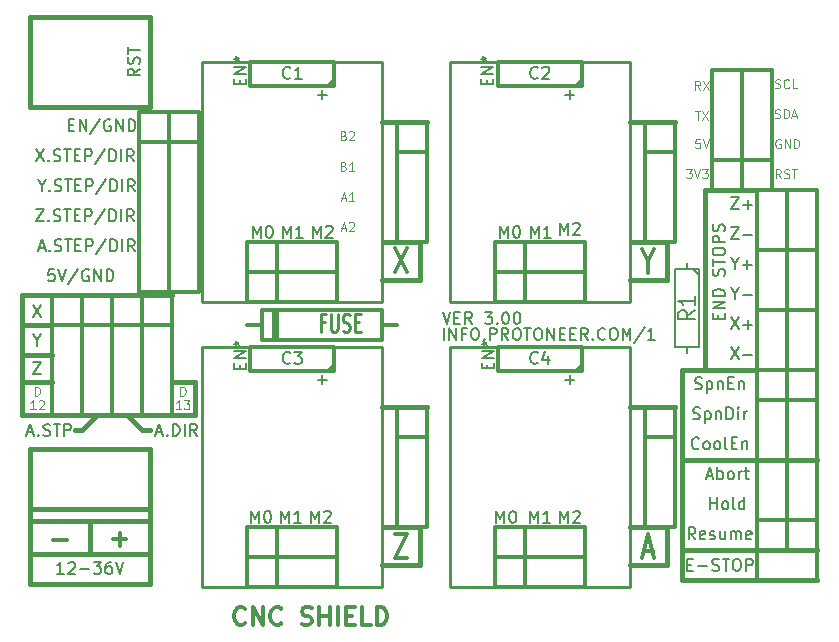
<source format=gto>
G04 (created by PCBNEW-RS274X (2012-01-19 BZR 3256)-stable) date 1/09/2013 9:30:06 p.m.*
G01*
G70*
G90*
%MOIN*%
G04 Gerber Fmt 3.4, Leading zero omitted, Abs format*
%FSLAX34Y34*%
G04 APERTURE LIST*
%ADD10C,0.006000*%
%ADD11C,0.007900*%
%ADD12C,0.015000*%
%ADD13C,0.003900*%
%ADD14C,0.012000*%
%ADD15C,0.011800*%
%ADD16C,0.008000*%
%ADD17C,0.010000*%
G04 APERTURE END LIST*
G54D10*
G54D11*
X20318Y-22165D02*
X20131Y-22165D01*
X20112Y-22353D01*
X20131Y-22334D01*
X20168Y-22316D01*
X20262Y-22316D01*
X20300Y-22334D01*
X20318Y-22353D01*
X20337Y-22391D01*
X20337Y-22484D01*
X20318Y-22522D01*
X20300Y-22541D01*
X20262Y-22559D01*
X20168Y-22559D01*
X20131Y-22541D01*
X20112Y-22522D01*
X20450Y-22165D02*
X20581Y-22559D01*
X20712Y-22165D01*
X21125Y-22147D02*
X20788Y-22653D01*
X21463Y-22184D02*
X21426Y-22165D01*
X21369Y-22165D01*
X21313Y-22184D01*
X21276Y-22222D01*
X21257Y-22259D01*
X21238Y-22334D01*
X21238Y-22391D01*
X21257Y-22466D01*
X21276Y-22503D01*
X21313Y-22541D01*
X21369Y-22559D01*
X21407Y-22559D01*
X21463Y-22541D01*
X21482Y-22522D01*
X21482Y-22391D01*
X21407Y-22391D01*
X21651Y-22559D02*
X21651Y-22165D01*
X21876Y-22559D01*
X21876Y-22165D01*
X22064Y-22559D02*
X22064Y-22165D01*
X22158Y-22165D01*
X22214Y-22184D01*
X22251Y-22222D01*
X22270Y-22259D01*
X22289Y-22334D01*
X22289Y-22391D01*
X22270Y-22466D01*
X22251Y-22503D01*
X22214Y-22541D01*
X22158Y-22559D01*
X22064Y-22559D01*
X19805Y-21447D02*
X19993Y-21447D01*
X19768Y-21559D02*
X19899Y-21165D01*
X20030Y-21559D01*
X20162Y-21522D02*
X20181Y-21541D01*
X20162Y-21559D01*
X20143Y-21541D01*
X20162Y-21522D01*
X20162Y-21559D01*
X20331Y-21541D02*
X20387Y-21559D01*
X20481Y-21559D01*
X20519Y-21541D01*
X20537Y-21522D01*
X20556Y-21484D01*
X20556Y-21447D01*
X20537Y-21409D01*
X20519Y-21391D01*
X20481Y-21372D01*
X20406Y-21353D01*
X20369Y-21334D01*
X20350Y-21316D01*
X20331Y-21278D01*
X20331Y-21241D01*
X20350Y-21203D01*
X20369Y-21184D01*
X20406Y-21165D01*
X20500Y-21165D01*
X20556Y-21184D01*
X20669Y-21165D02*
X20894Y-21165D01*
X20781Y-21559D02*
X20781Y-21165D01*
X21025Y-21353D02*
X21156Y-21353D01*
X21212Y-21559D02*
X21025Y-21559D01*
X21025Y-21165D01*
X21212Y-21165D01*
X21381Y-21559D02*
X21381Y-21165D01*
X21531Y-21165D01*
X21568Y-21184D01*
X21587Y-21203D01*
X21606Y-21241D01*
X21606Y-21297D01*
X21587Y-21334D01*
X21568Y-21353D01*
X21531Y-21372D01*
X21381Y-21372D01*
X22056Y-21147D02*
X21719Y-21653D01*
X22188Y-21559D02*
X22188Y-21165D01*
X22282Y-21165D01*
X22338Y-21184D01*
X22375Y-21222D01*
X22394Y-21259D01*
X22413Y-21334D01*
X22413Y-21391D01*
X22394Y-21466D01*
X22375Y-21503D01*
X22338Y-21541D01*
X22282Y-21559D01*
X22188Y-21559D01*
X22582Y-21559D02*
X22582Y-21165D01*
X22995Y-21559D02*
X22864Y-21372D01*
X22770Y-21559D02*
X22770Y-21165D01*
X22920Y-21165D01*
X22957Y-21184D01*
X22976Y-21203D01*
X22995Y-21241D01*
X22995Y-21297D01*
X22976Y-21334D01*
X22957Y-21353D01*
X22920Y-21372D01*
X22770Y-21372D01*
X19718Y-20165D02*
X19981Y-20165D01*
X19718Y-20559D01*
X19981Y-20559D01*
X20131Y-20522D02*
X20150Y-20541D01*
X20131Y-20559D01*
X20112Y-20541D01*
X20131Y-20522D01*
X20131Y-20559D01*
X20300Y-20541D02*
X20356Y-20559D01*
X20450Y-20559D01*
X20488Y-20541D01*
X20506Y-20522D01*
X20525Y-20484D01*
X20525Y-20447D01*
X20506Y-20409D01*
X20488Y-20391D01*
X20450Y-20372D01*
X20375Y-20353D01*
X20338Y-20334D01*
X20319Y-20316D01*
X20300Y-20278D01*
X20300Y-20241D01*
X20319Y-20203D01*
X20338Y-20184D01*
X20375Y-20165D01*
X20469Y-20165D01*
X20525Y-20184D01*
X20638Y-20165D02*
X20863Y-20165D01*
X20750Y-20559D02*
X20750Y-20165D01*
X20994Y-20353D02*
X21125Y-20353D01*
X21181Y-20559D02*
X20994Y-20559D01*
X20994Y-20165D01*
X21181Y-20165D01*
X21350Y-20559D02*
X21350Y-20165D01*
X21500Y-20165D01*
X21537Y-20184D01*
X21556Y-20203D01*
X21575Y-20241D01*
X21575Y-20297D01*
X21556Y-20334D01*
X21537Y-20353D01*
X21500Y-20372D01*
X21350Y-20372D01*
X22025Y-20147D02*
X21688Y-20653D01*
X22157Y-20559D02*
X22157Y-20165D01*
X22251Y-20165D01*
X22307Y-20184D01*
X22344Y-20222D01*
X22363Y-20259D01*
X22382Y-20334D01*
X22382Y-20391D01*
X22363Y-20466D01*
X22344Y-20503D01*
X22307Y-20541D01*
X22251Y-20559D01*
X22157Y-20559D01*
X22551Y-20559D02*
X22551Y-20165D01*
X22964Y-20559D02*
X22833Y-20372D01*
X22739Y-20559D02*
X22739Y-20165D01*
X22889Y-20165D01*
X22926Y-20184D01*
X22945Y-20203D01*
X22964Y-20241D01*
X22964Y-20297D01*
X22945Y-20334D01*
X22926Y-20353D01*
X22889Y-20372D01*
X22739Y-20372D01*
X19899Y-19372D02*
X19899Y-19559D01*
X19768Y-19165D02*
X19899Y-19372D01*
X20030Y-19165D01*
X20162Y-19522D02*
X20181Y-19541D01*
X20162Y-19559D01*
X20143Y-19541D01*
X20162Y-19522D01*
X20162Y-19559D01*
X20331Y-19541D02*
X20387Y-19559D01*
X20481Y-19559D01*
X20519Y-19541D01*
X20537Y-19522D01*
X20556Y-19484D01*
X20556Y-19447D01*
X20537Y-19409D01*
X20519Y-19391D01*
X20481Y-19372D01*
X20406Y-19353D01*
X20369Y-19334D01*
X20350Y-19316D01*
X20331Y-19278D01*
X20331Y-19241D01*
X20350Y-19203D01*
X20369Y-19184D01*
X20406Y-19165D01*
X20500Y-19165D01*
X20556Y-19184D01*
X20669Y-19165D02*
X20894Y-19165D01*
X20781Y-19559D02*
X20781Y-19165D01*
X21025Y-19353D02*
X21156Y-19353D01*
X21212Y-19559D02*
X21025Y-19559D01*
X21025Y-19165D01*
X21212Y-19165D01*
X21381Y-19559D02*
X21381Y-19165D01*
X21531Y-19165D01*
X21568Y-19184D01*
X21587Y-19203D01*
X21606Y-19241D01*
X21606Y-19297D01*
X21587Y-19334D01*
X21568Y-19353D01*
X21531Y-19372D01*
X21381Y-19372D01*
X22056Y-19147D02*
X21719Y-19653D01*
X22188Y-19559D02*
X22188Y-19165D01*
X22282Y-19165D01*
X22338Y-19184D01*
X22375Y-19222D01*
X22394Y-19259D01*
X22413Y-19334D01*
X22413Y-19391D01*
X22394Y-19466D01*
X22375Y-19503D01*
X22338Y-19541D01*
X22282Y-19559D01*
X22188Y-19559D01*
X22582Y-19559D02*
X22582Y-19165D01*
X22995Y-19559D02*
X22864Y-19372D01*
X22770Y-19559D02*
X22770Y-19165D01*
X22920Y-19165D01*
X22957Y-19184D01*
X22976Y-19203D01*
X22995Y-19241D01*
X22995Y-19297D01*
X22976Y-19334D01*
X22957Y-19353D01*
X22920Y-19372D01*
X22770Y-19372D01*
X19718Y-18165D02*
X19981Y-18559D01*
X19981Y-18165D02*
X19718Y-18559D01*
X20131Y-18522D02*
X20150Y-18541D01*
X20131Y-18559D01*
X20112Y-18541D01*
X20131Y-18522D01*
X20131Y-18559D01*
X20300Y-18541D02*
X20356Y-18559D01*
X20450Y-18559D01*
X20488Y-18541D01*
X20506Y-18522D01*
X20525Y-18484D01*
X20525Y-18447D01*
X20506Y-18409D01*
X20488Y-18391D01*
X20450Y-18372D01*
X20375Y-18353D01*
X20338Y-18334D01*
X20319Y-18316D01*
X20300Y-18278D01*
X20300Y-18241D01*
X20319Y-18203D01*
X20338Y-18184D01*
X20375Y-18165D01*
X20469Y-18165D01*
X20525Y-18184D01*
X20638Y-18165D02*
X20863Y-18165D01*
X20750Y-18559D02*
X20750Y-18165D01*
X20994Y-18353D02*
X21125Y-18353D01*
X21181Y-18559D02*
X20994Y-18559D01*
X20994Y-18165D01*
X21181Y-18165D01*
X21350Y-18559D02*
X21350Y-18165D01*
X21500Y-18165D01*
X21537Y-18184D01*
X21556Y-18203D01*
X21575Y-18241D01*
X21575Y-18297D01*
X21556Y-18334D01*
X21537Y-18353D01*
X21500Y-18372D01*
X21350Y-18372D01*
X22025Y-18147D02*
X21688Y-18653D01*
X22157Y-18559D02*
X22157Y-18165D01*
X22251Y-18165D01*
X22307Y-18184D01*
X22344Y-18222D01*
X22363Y-18259D01*
X22382Y-18334D01*
X22382Y-18391D01*
X22363Y-18466D01*
X22344Y-18503D01*
X22307Y-18541D01*
X22251Y-18559D01*
X22157Y-18559D01*
X22551Y-18559D02*
X22551Y-18165D01*
X22964Y-18559D02*
X22833Y-18372D01*
X22739Y-18559D02*
X22739Y-18165D01*
X22889Y-18165D01*
X22926Y-18184D01*
X22945Y-18203D01*
X22964Y-18241D01*
X22964Y-18297D01*
X22945Y-18334D01*
X22926Y-18353D01*
X22889Y-18372D01*
X22739Y-18372D01*
X20803Y-17353D02*
X20934Y-17353D01*
X20990Y-17559D02*
X20803Y-17559D01*
X20803Y-17165D01*
X20990Y-17165D01*
X21159Y-17559D02*
X21159Y-17165D01*
X21384Y-17559D01*
X21384Y-17165D01*
X21853Y-17147D02*
X21516Y-17653D01*
X22191Y-17184D02*
X22154Y-17165D01*
X22097Y-17165D01*
X22041Y-17184D01*
X22004Y-17222D01*
X21985Y-17259D01*
X21966Y-17334D01*
X21966Y-17391D01*
X21985Y-17466D01*
X22004Y-17503D01*
X22041Y-17541D01*
X22097Y-17559D01*
X22135Y-17559D01*
X22191Y-17541D01*
X22210Y-17522D01*
X22210Y-17391D01*
X22135Y-17391D01*
X22379Y-17559D02*
X22379Y-17165D01*
X22604Y-17559D01*
X22604Y-17165D01*
X22792Y-17559D02*
X22792Y-17165D01*
X22886Y-17165D01*
X22942Y-17184D01*
X22979Y-17222D01*
X22998Y-17259D01*
X23017Y-17334D01*
X23017Y-17391D01*
X22998Y-17466D01*
X22979Y-17503D01*
X22942Y-17541D01*
X22886Y-17559D01*
X22792Y-17559D01*
G54D12*
X19250Y-23000D02*
X24250Y-23000D01*
G54D13*
X41385Y-18824D02*
X41568Y-18824D01*
X41469Y-18936D01*
X41512Y-18936D01*
X41540Y-18950D01*
X41554Y-18964D01*
X41568Y-18992D01*
X41568Y-19063D01*
X41554Y-19091D01*
X41540Y-19105D01*
X41512Y-19119D01*
X41427Y-19119D01*
X41399Y-19105D01*
X41385Y-19091D01*
X41652Y-18824D02*
X41750Y-19119D01*
X41849Y-18824D01*
X41919Y-18824D02*
X42102Y-18824D01*
X42003Y-18936D01*
X42046Y-18936D01*
X42074Y-18950D01*
X42088Y-18964D01*
X42102Y-18992D01*
X42102Y-19063D01*
X42088Y-19091D01*
X42074Y-19105D01*
X42046Y-19119D01*
X41961Y-19119D01*
X41933Y-19105D01*
X41919Y-19091D01*
X41844Y-17824D02*
X41703Y-17824D01*
X41689Y-17964D01*
X41703Y-17950D01*
X41731Y-17936D01*
X41802Y-17936D01*
X41830Y-17950D01*
X41844Y-17964D01*
X41858Y-17992D01*
X41858Y-18063D01*
X41844Y-18091D01*
X41830Y-18105D01*
X41802Y-18119D01*
X41731Y-18119D01*
X41703Y-18105D01*
X41689Y-18091D01*
X41942Y-17824D02*
X42040Y-18119D01*
X42139Y-17824D01*
X41675Y-16874D02*
X41844Y-16874D01*
X41759Y-17169D02*
X41759Y-16874D01*
X41914Y-16874D02*
X42111Y-17169D01*
X42111Y-16874D02*
X41914Y-17169D01*
X41851Y-16169D02*
X41752Y-16028D01*
X41682Y-16169D02*
X41682Y-15874D01*
X41795Y-15874D01*
X41823Y-15888D01*
X41837Y-15902D01*
X41851Y-15930D01*
X41851Y-15972D01*
X41837Y-16000D01*
X41823Y-16014D01*
X41795Y-16028D01*
X41682Y-16028D01*
X41949Y-15874D02*
X42146Y-16169D01*
X42146Y-15874D02*
X41949Y-16169D01*
X44349Y-16105D02*
X44391Y-16119D01*
X44462Y-16119D01*
X44490Y-16105D01*
X44504Y-16091D01*
X44518Y-16063D01*
X44518Y-16035D01*
X44504Y-16007D01*
X44490Y-15992D01*
X44462Y-15978D01*
X44405Y-15964D01*
X44377Y-15950D01*
X44363Y-15936D01*
X44349Y-15908D01*
X44349Y-15880D01*
X44363Y-15852D01*
X44377Y-15838D01*
X44405Y-15824D01*
X44476Y-15824D01*
X44518Y-15838D01*
X44813Y-16091D02*
X44799Y-16105D01*
X44757Y-16119D01*
X44729Y-16119D01*
X44686Y-16105D01*
X44658Y-16077D01*
X44644Y-16049D01*
X44630Y-15992D01*
X44630Y-15950D01*
X44644Y-15894D01*
X44658Y-15866D01*
X44686Y-15838D01*
X44729Y-15824D01*
X44757Y-15824D01*
X44799Y-15838D01*
X44813Y-15852D01*
X45080Y-16119D02*
X44939Y-16119D01*
X44939Y-15824D01*
X44342Y-17105D02*
X44384Y-17119D01*
X44455Y-17119D01*
X44483Y-17105D01*
X44497Y-17091D01*
X44511Y-17063D01*
X44511Y-17035D01*
X44497Y-17007D01*
X44483Y-16992D01*
X44455Y-16978D01*
X44398Y-16964D01*
X44370Y-16950D01*
X44356Y-16936D01*
X44342Y-16908D01*
X44342Y-16880D01*
X44356Y-16852D01*
X44370Y-16838D01*
X44398Y-16824D01*
X44469Y-16824D01*
X44511Y-16838D01*
X44637Y-17119D02*
X44637Y-16824D01*
X44707Y-16824D01*
X44750Y-16838D01*
X44778Y-16866D01*
X44792Y-16894D01*
X44806Y-16950D01*
X44806Y-16992D01*
X44792Y-17049D01*
X44778Y-17077D01*
X44750Y-17105D01*
X44707Y-17119D01*
X44637Y-17119D01*
X44918Y-17035D02*
X45059Y-17035D01*
X44890Y-17119D02*
X44988Y-16824D01*
X45087Y-17119D01*
X44526Y-17838D02*
X44498Y-17824D01*
X44456Y-17824D01*
X44413Y-17838D01*
X44385Y-17866D01*
X44371Y-17894D01*
X44357Y-17950D01*
X44357Y-17992D01*
X44371Y-18049D01*
X44385Y-18077D01*
X44413Y-18105D01*
X44456Y-18119D01*
X44484Y-18119D01*
X44526Y-18105D01*
X44540Y-18091D01*
X44540Y-17992D01*
X44484Y-17992D01*
X44666Y-18119D02*
X44666Y-17824D01*
X44835Y-18119D01*
X44835Y-17824D01*
X44975Y-18119D02*
X44975Y-17824D01*
X45045Y-17824D01*
X45088Y-17838D01*
X45116Y-17866D01*
X45130Y-17894D01*
X45144Y-17950D01*
X45144Y-17992D01*
X45130Y-18049D01*
X45116Y-18077D01*
X45088Y-18105D01*
X45045Y-18119D01*
X44975Y-18119D01*
X44539Y-19119D02*
X44440Y-18978D01*
X44370Y-19119D02*
X44370Y-18824D01*
X44483Y-18824D01*
X44511Y-18838D01*
X44525Y-18852D01*
X44539Y-18880D01*
X44539Y-18922D01*
X44525Y-18950D01*
X44511Y-18964D01*
X44483Y-18978D01*
X44370Y-18978D01*
X44651Y-19105D02*
X44693Y-19119D01*
X44764Y-19119D01*
X44792Y-19105D01*
X44806Y-19091D01*
X44820Y-19063D01*
X44820Y-19035D01*
X44806Y-19007D01*
X44792Y-18992D01*
X44764Y-18978D01*
X44707Y-18964D01*
X44679Y-18950D01*
X44665Y-18936D01*
X44651Y-18908D01*
X44651Y-18880D01*
X44665Y-18852D01*
X44679Y-18838D01*
X44707Y-18824D01*
X44778Y-18824D01*
X44820Y-18838D01*
X44904Y-18824D02*
X45073Y-18824D01*
X44988Y-19119D02*
X44988Y-18824D01*
G54D12*
X23250Y-27500D02*
X23500Y-27500D01*
X22750Y-27000D02*
X23250Y-27500D01*
X21250Y-27500D02*
X21750Y-27000D01*
X21000Y-27500D02*
X21250Y-27500D01*
X20250Y-24000D02*
X19250Y-24000D01*
X20250Y-25000D02*
X19250Y-25000D01*
X20250Y-25900D02*
X19250Y-25900D01*
X25000Y-25900D02*
X24250Y-25900D01*
X25000Y-26900D02*
X25000Y-25900D01*
X19250Y-27000D02*
X25000Y-27000D01*
X19250Y-23000D02*
X19250Y-27000D01*
X20250Y-23000D02*
X19250Y-23000D01*
G54D11*
X33263Y-23590D02*
X33394Y-23984D01*
X33525Y-23590D01*
X33657Y-23778D02*
X33788Y-23778D01*
X33844Y-23984D02*
X33657Y-23984D01*
X33657Y-23590D01*
X33844Y-23590D01*
X34238Y-23984D02*
X34107Y-23797D01*
X34013Y-23984D02*
X34013Y-23590D01*
X34163Y-23590D01*
X34200Y-23609D01*
X34219Y-23628D01*
X34238Y-23666D01*
X34238Y-23722D01*
X34219Y-23759D01*
X34200Y-23778D01*
X34163Y-23797D01*
X34013Y-23797D01*
X34669Y-23590D02*
X34913Y-23590D01*
X34782Y-23741D01*
X34838Y-23741D01*
X34876Y-23759D01*
X34894Y-23778D01*
X34913Y-23816D01*
X34913Y-23909D01*
X34894Y-23947D01*
X34876Y-23966D01*
X34838Y-23984D01*
X34726Y-23984D01*
X34688Y-23966D01*
X34669Y-23947D01*
X35082Y-23947D02*
X35101Y-23966D01*
X35082Y-23984D01*
X35063Y-23966D01*
X35082Y-23947D01*
X35082Y-23984D01*
X35345Y-23590D02*
X35382Y-23590D01*
X35420Y-23609D01*
X35439Y-23628D01*
X35457Y-23666D01*
X35476Y-23741D01*
X35476Y-23834D01*
X35457Y-23909D01*
X35439Y-23947D01*
X35420Y-23966D01*
X35382Y-23984D01*
X35345Y-23984D01*
X35307Y-23966D01*
X35289Y-23947D01*
X35270Y-23909D01*
X35251Y-23834D01*
X35251Y-23741D01*
X35270Y-23666D01*
X35289Y-23628D01*
X35307Y-23609D01*
X35345Y-23590D01*
X35720Y-23590D02*
X35757Y-23590D01*
X35795Y-23609D01*
X35814Y-23628D01*
X35832Y-23666D01*
X35851Y-23741D01*
X35851Y-23834D01*
X35832Y-23909D01*
X35814Y-23947D01*
X35795Y-23966D01*
X35757Y-23984D01*
X35720Y-23984D01*
X35682Y-23966D01*
X35664Y-23947D01*
X35645Y-23909D01*
X35626Y-23834D01*
X35626Y-23741D01*
X35645Y-23666D01*
X35664Y-23628D01*
X35682Y-23609D01*
X35720Y-23590D01*
G54D12*
X32750Y-17250D02*
X31250Y-17250D01*
X41000Y-17250D02*
X39500Y-17250D01*
X41000Y-26750D02*
X39500Y-26750D01*
X32750Y-26750D02*
X31250Y-26750D01*
G54D11*
X34753Y-25465D02*
X34753Y-25334D01*
X34959Y-25278D02*
X34959Y-25465D01*
X34565Y-25465D01*
X34565Y-25278D01*
X34959Y-25109D02*
X34565Y-25109D01*
X34959Y-24884D01*
X34565Y-24884D01*
X34565Y-24640D02*
X34659Y-24640D01*
X34622Y-24734D02*
X34659Y-24640D01*
X34622Y-24546D01*
X34734Y-24696D02*
X34659Y-24640D01*
X34734Y-24584D01*
G54D12*
X32500Y-32000D02*
X31250Y-32000D01*
X32500Y-30750D02*
X32500Y-32000D01*
X32500Y-22500D02*
X31250Y-22500D01*
X32500Y-21250D02*
X32500Y-22500D01*
X40750Y-22500D02*
X39500Y-22500D01*
X40750Y-21250D02*
X40750Y-22500D01*
X40750Y-32000D02*
X39500Y-32000D01*
X40750Y-30750D02*
X40750Y-32000D01*
G54D14*
X39982Y-31545D02*
X40268Y-31545D01*
X39925Y-31774D02*
X40125Y-30974D01*
X40325Y-31774D01*
X31676Y-30974D02*
X32076Y-30974D01*
X31676Y-31774D01*
X32076Y-31774D01*
X40125Y-21893D02*
X40125Y-22274D01*
X39925Y-21474D02*
X40125Y-21893D01*
X40325Y-21474D01*
X31676Y-21449D02*
X32076Y-22249D01*
X32076Y-21449D02*
X31676Y-22249D01*
G54D12*
X21500Y-31600D02*
X21500Y-30600D01*
X19500Y-30550D02*
X23500Y-30550D01*
X23500Y-32650D02*
X23500Y-31650D01*
X19500Y-32650D02*
X23500Y-32650D01*
X19500Y-31650D02*
X19500Y-32650D01*
G54D13*
X19673Y-26369D02*
X19673Y-26074D01*
X19743Y-26074D01*
X19786Y-26088D01*
X19814Y-26116D01*
X19828Y-26144D01*
X19842Y-26200D01*
X19842Y-26242D01*
X19828Y-26299D01*
X19814Y-26327D01*
X19786Y-26355D01*
X19743Y-26369D01*
X19673Y-26369D01*
X19694Y-26821D02*
X19525Y-26821D01*
X19609Y-26821D02*
X19609Y-26526D01*
X19581Y-26568D01*
X19553Y-26596D01*
X19525Y-26610D01*
X19806Y-26554D02*
X19820Y-26540D01*
X19848Y-26526D01*
X19919Y-26526D01*
X19947Y-26540D01*
X19961Y-26554D01*
X19975Y-26582D01*
X19975Y-26610D01*
X19961Y-26652D01*
X19792Y-26821D01*
X19975Y-26821D01*
X24523Y-26369D02*
X24523Y-26074D01*
X24593Y-26074D01*
X24636Y-26088D01*
X24664Y-26116D01*
X24678Y-26144D01*
X24692Y-26200D01*
X24692Y-26242D01*
X24678Y-26299D01*
X24664Y-26327D01*
X24636Y-26355D01*
X24593Y-26369D01*
X24523Y-26369D01*
X24544Y-26821D02*
X24375Y-26821D01*
X24459Y-26821D02*
X24459Y-26526D01*
X24431Y-26568D01*
X24403Y-26596D01*
X24375Y-26610D01*
X24642Y-26526D02*
X24825Y-26526D01*
X24726Y-26638D01*
X24769Y-26638D01*
X24797Y-26652D01*
X24811Y-26666D01*
X24825Y-26694D01*
X24825Y-26765D01*
X24811Y-26793D01*
X24797Y-26807D01*
X24769Y-26821D01*
X24684Y-26821D01*
X24656Y-26807D01*
X24642Y-26793D01*
G54D11*
X23724Y-27597D02*
X23912Y-27597D01*
X23687Y-27709D02*
X23818Y-27315D01*
X23949Y-27709D01*
X24081Y-27672D02*
X24100Y-27691D01*
X24081Y-27709D01*
X24062Y-27691D01*
X24081Y-27672D01*
X24081Y-27709D01*
X24269Y-27709D02*
X24269Y-27315D01*
X24363Y-27315D01*
X24419Y-27334D01*
X24456Y-27372D01*
X24475Y-27409D01*
X24494Y-27484D01*
X24494Y-27541D01*
X24475Y-27616D01*
X24456Y-27653D01*
X24419Y-27691D01*
X24363Y-27709D01*
X24269Y-27709D01*
X24663Y-27709D02*
X24663Y-27315D01*
X25076Y-27709D02*
X24945Y-27522D01*
X24851Y-27709D02*
X24851Y-27315D01*
X25001Y-27315D01*
X25038Y-27334D01*
X25057Y-27353D01*
X25076Y-27391D01*
X25076Y-27447D01*
X25057Y-27484D01*
X25038Y-27503D01*
X25001Y-27522D01*
X24851Y-27522D01*
X19428Y-27597D02*
X19616Y-27597D01*
X19391Y-27709D02*
X19522Y-27315D01*
X19653Y-27709D01*
X19785Y-27672D02*
X19804Y-27691D01*
X19785Y-27709D01*
X19766Y-27691D01*
X19785Y-27672D01*
X19785Y-27709D01*
X19954Y-27691D02*
X20010Y-27709D01*
X20104Y-27709D01*
X20142Y-27691D01*
X20160Y-27672D01*
X20179Y-27634D01*
X20179Y-27597D01*
X20160Y-27559D01*
X20142Y-27541D01*
X20104Y-27522D01*
X20029Y-27503D01*
X19992Y-27484D01*
X19973Y-27466D01*
X19954Y-27428D01*
X19954Y-27391D01*
X19973Y-27353D01*
X19992Y-27334D01*
X20029Y-27315D01*
X20123Y-27315D01*
X20179Y-27334D01*
X20292Y-27315D02*
X20517Y-27315D01*
X20404Y-27709D02*
X20404Y-27315D01*
X20648Y-27709D02*
X20648Y-27315D01*
X20798Y-27315D01*
X20835Y-27334D01*
X20854Y-27353D01*
X20873Y-27391D01*
X20873Y-27447D01*
X20854Y-27484D01*
X20835Y-27503D01*
X20798Y-27522D01*
X20648Y-27522D01*
X19881Y-25635D02*
X19618Y-25635D01*
X19881Y-25241D01*
X19618Y-25241D01*
X19750Y-24522D02*
X19750Y-24709D01*
X19619Y-24315D02*
X19750Y-24522D01*
X19881Y-24315D01*
X19881Y-23735D02*
X19618Y-23341D01*
X19618Y-23735D02*
X19881Y-23341D01*
G54D12*
X23500Y-31650D02*
X23500Y-30150D01*
X19500Y-31650D02*
X23500Y-31650D01*
X19500Y-30150D02*
X19500Y-31650D01*
G54D11*
X20637Y-32309D02*
X20412Y-32309D01*
X20525Y-32309D02*
X20525Y-31915D01*
X20487Y-31972D01*
X20450Y-32009D01*
X20412Y-32028D01*
X20787Y-31953D02*
X20806Y-31934D01*
X20843Y-31915D01*
X20937Y-31915D01*
X20975Y-31934D01*
X20993Y-31953D01*
X21012Y-31991D01*
X21012Y-32028D01*
X20993Y-32084D01*
X20768Y-32309D01*
X21012Y-32309D01*
X21181Y-32159D02*
X21481Y-32159D01*
X21631Y-31915D02*
X21875Y-31915D01*
X21744Y-32066D01*
X21800Y-32066D01*
X21838Y-32084D01*
X21856Y-32103D01*
X21875Y-32141D01*
X21875Y-32234D01*
X21856Y-32272D01*
X21838Y-32291D01*
X21800Y-32309D01*
X21688Y-32309D01*
X21650Y-32291D01*
X21631Y-32272D01*
X22213Y-31915D02*
X22138Y-31915D01*
X22100Y-31934D01*
X22081Y-31953D01*
X22044Y-32009D01*
X22025Y-32084D01*
X22025Y-32234D01*
X22044Y-32272D01*
X22063Y-32291D01*
X22100Y-32309D01*
X22175Y-32309D01*
X22213Y-32291D01*
X22231Y-32272D01*
X22250Y-32234D01*
X22250Y-32141D01*
X22231Y-32103D01*
X22213Y-32084D01*
X22175Y-32066D01*
X22100Y-32066D01*
X22063Y-32084D01*
X22044Y-32103D01*
X22025Y-32141D01*
X22363Y-31915D02*
X22494Y-32309D01*
X22625Y-31915D01*
X37182Y-30609D02*
X37182Y-30215D01*
X37313Y-30497D01*
X37444Y-30215D01*
X37444Y-30609D01*
X37613Y-30253D02*
X37632Y-30234D01*
X37669Y-30215D01*
X37763Y-30215D01*
X37801Y-30234D01*
X37819Y-30253D01*
X37838Y-30291D01*
X37838Y-30328D01*
X37819Y-30384D01*
X37594Y-30609D01*
X37838Y-30609D01*
X36182Y-30609D02*
X36182Y-30215D01*
X36313Y-30497D01*
X36444Y-30215D01*
X36444Y-30609D01*
X36838Y-30609D02*
X36613Y-30609D01*
X36726Y-30609D02*
X36726Y-30215D01*
X36688Y-30272D01*
X36651Y-30309D01*
X36613Y-30328D01*
X35057Y-30609D02*
X35057Y-30215D01*
X35188Y-30497D01*
X35319Y-30215D01*
X35319Y-30609D01*
X35582Y-30215D02*
X35619Y-30215D01*
X35657Y-30234D01*
X35676Y-30253D01*
X35694Y-30291D01*
X35713Y-30366D01*
X35713Y-30459D01*
X35694Y-30534D01*
X35676Y-30572D01*
X35657Y-30591D01*
X35619Y-30609D01*
X35582Y-30609D01*
X35544Y-30591D01*
X35526Y-30572D01*
X35507Y-30534D01*
X35488Y-30459D01*
X35488Y-30366D01*
X35507Y-30291D01*
X35526Y-30253D01*
X35544Y-30234D01*
X35582Y-30215D01*
G54D12*
X39525Y-30750D02*
X40725Y-30750D01*
G54D11*
X37350Y-25834D02*
X37650Y-25834D01*
X37500Y-25984D02*
X37500Y-25684D01*
X29100Y-16334D02*
X29400Y-16334D01*
X29250Y-16484D02*
X29250Y-16184D01*
X37350Y-16334D02*
X37650Y-16334D01*
X37500Y-16484D02*
X37500Y-16184D01*
X29400Y-25834D02*
X29100Y-25834D01*
X29250Y-25984D02*
X29250Y-25684D01*
G54D12*
X40700Y-21250D02*
X39550Y-21250D01*
X32450Y-30750D02*
X31300Y-30750D01*
X32450Y-21250D02*
X31300Y-21250D01*
G54D14*
X20272Y-31169D02*
X20729Y-31169D01*
X22275Y-31164D02*
X22725Y-31164D01*
X22500Y-31389D02*
X22500Y-30938D01*
G54D12*
X41250Y-28500D02*
X45750Y-28500D01*
X41250Y-31500D02*
X45750Y-31500D01*
X45750Y-32500D02*
X41250Y-32500D01*
X41250Y-25500D02*
X42000Y-25500D01*
X41250Y-32500D02*
X41250Y-25500D01*
G54D11*
X41684Y-31159D02*
X41553Y-30972D01*
X41459Y-31159D02*
X41459Y-30765D01*
X41609Y-30765D01*
X41646Y-30784D01*
X41665Y-30803D01*
X41684Y-30841D01*
X41684Y-30897D01*
X41665Y-30934D01*
X41646Y-30953D01*
X41609Y-30972D01*
X41459Y-30972D01*
X42003Y-31141D02*
X41965Y-31159D01*
X41890Y-31159D01*
X41853Y-31141D01*
X41834Y-31103D01*
X41834Y-30953D01*
X41853Y-30916D01*
X41890Y-30897D01*
X41965Y-30897D01*
X42003Y-30916D01*
X42022Y-30953D01*
X42022Y-30991D01*
X41834Y-31028D01*
X42172Y-31141D02*
X42210Y-31159D01*
X42285Y-31159D01*
X42322Y-31141D01*
X42341Y-31103D01*
X42341Y-31084D01*
X42322Y-31047D01*
X42285Y-31028D01*
X42228Y-31028D01*
X42191Y-31009D01*
X42172Y-30972D01*
X42172Y-30953D01*
X42191Y-30916D01*
X42228Y-30897D01*
X42285Y-30897D01*
X42322Y-30916D01*
X42679Y-30897D02*
X42679Y-31159D01*
X42510Y-30897D02*
X42510Y-31103D01*
X42529Y-31141D01*
X42566Y-31159D01*
X42622Y-31159D01*
X42660Y-31141D01*
X42679Y-31122D01*
X42866Y-31159D02*
X42866Y-30897D01*
X42866Y-30934D02*
X42885Y-30916D01*
X42922Y-30897D01*
X42978Y-30897D01*
X43016Y-30916D01*
X43035Y-30953D01*
X43035Y-31159D01*
X43035Y-30953D02*
X43053Y-30916D01*
X43091Y-30897D01*
X43147Y-30897D01*
X43185Y-30916D01*
X43204Y-30953D01*
X43204Y-31159D01*
X43541Y-31141D02*
X43503Y-31159D01*
X43428Y-31159D01*
X43391Y-31141D01*
X43372Y-31103D01*
X43372Y-30953D01*
X43391Y-30916D01*
X43428Y-30897D01*
X43503Y-30897D01*
X43541Y-30916D01*
X43560Y-30953D01*
X43560Y-30991D01*
X43372Y-31028D01*
X42179Y-30159D02*
X42179Y-29765D01*
X42179Y-29953D02*
X42404Y-29953D01*
X42404Y-30159D02*
X42404Y-29765D01*
X42648Y-30159D02*
X42611Y-30141D01*
X42592Y-30122D01*
X42573Y-30084D01*
X42573Y-29972D01*
X42592Y-29934D01*
X42611Y-29916D01*
X42648Y-29897D01*
X42704Y-29897D01*
X42742Y-29916D01*
X42761Y-29934D01*
X42779Y-29972D01*
X42779Y-30084D01*
X42761Y-30122D01*
X42742Y-30141D01*
X42704Y-30159D01*
X42648Y-30159D01*
X43004Y-30159D02*
X42967Y-30141D01*
X42948Y-30103D01*
X42948Y-29765D01*
X43323Y-30159D02*
X43323Y-29765D01*
X43323Y-30141D02*
X43285Y-30159D01*
X43210Y-30159D01*
X43173Y-30141D01*
X43154Y-30122D01*
X43135Y-30084D01*
X43135Y-29972D01*
X43154Y-29934D01*
X43173Y-29916D01*
X43210Y-29897D01*
X43285Y-29897D01*
X43323Y-29916D01*
X42066Y-29047D02*
X42254Y-29047D01*
X42029Y-29159D02*
X42160Y-28765D01*
X42291Y-29159D01*
X42423Y-29159D02*
X42423Y-28765D01*
X42423Y-28916D02*
X42460Y-28897D01*
X42535Y-28897D01*
X42573Y-28916D01*
X42592Y-28934D01*
X42610Y-28972D01*
X42610Y-29084D01*
X42592Y-29122D01*
X42573Y-29141D01*
X42535Y-29159D01*
X42460Y-29159D01*
X42423Y-29141D01*
X42835Y-29159D02*
X42798Y-29141D01*
X42779Y-29122D01*
X42760Y-29084D01*
X42760Y-28972D01*
X42779Y-28934D01*
X42798Y-28916D01*
X42835Y-28897D01*
X42891Y-28897D01*
X42929Y-28916D01*
X42948Y-28934D01*
X42966Y-28972D01*
X42966Y-29084D01*
X42948Y-29122D01*
X42929Y-29141D01*
X42891Y-29159D01*
X42835Y-29159D01*
X43135Y-29159D02*
X43135Y-28897D01*
X43135Y-28972D02*
X43154Y-28934D01*
X43172Y-28916D01*
X43210Y-28897D01*
X43247Y-28897D01*
X43323Y-28897D02*
X43473Y-28897D01*
X43379Y-28765D02*
X43379Y-29103D01*
X43398Y-29141D01*
X43435Y-29159D01*
X43473Y-29159D01*
X41807Y-28122D02*
X41788Y-28141D01*
X41732Y-28159D01*
X41694Y-28159D01*
X41638Y-28141D01*
X41601Y-28103D01*
X41582Y-28066D01*
X41563Y-27991D01*
X41563Y-27934D01*
X41582Y-27859D01*
X41601Y-27822D01*
X41638Y-27784D01*
X41694Y-27765D01*
X41732Y-27765D01*
X41788Y-27784D01*
X41807Y-27803D01*
X42032Y-28159D02*
X41995Y-28141D01*
X41976Y-28122D01*
X41957Y-28084D01*
X41957Y-27972D01*
X41976Y-27934D01*
X41995Y-27916D01*
X42032Y-27897D01*
X42088Y-27897D01*
X42126Y-27916D01*
X42145Y-27934D01*
X42163Y-27972D01*
X42163Y-28084D01*
X42145Y-28122D01*
X42126Y-28141D01*
X42088Y-28159D01*
X42032Y-28159D01*
X42388Y-28159D02*
X42351Y-28141D01*
X42332Y-28122D01*
X42313Y-28084D01*
X42313Y-27972D01*
X42332Y-27934D01*
X42351Y-27916D01*
X42388Y-27897D01*
X42444Y-27897D01*
X42482Y-27916D01*
X42501Y-27934D01*
X42519Y-27972D01*
X42519Y-28084D01*
X42501Y-28122D01*
X42482Y-28141D01*
X42444Y-28159D01*
X42388Y-28159D01*
X42744Y-28159D02*
X42707Y-28141D01*
X42688Y-28103D01*
X42688Y-27765D01*
X42894Y-27953D02*
X43025Y-27953D01*
X43081Y-28159D02*
X42894Y-28159D01*
X42894Y-27765D01*
X43081Y-27765D01*
X43250Y-27897D02*
X43250Y-28159D01*
X43250Y-27934D02*
X43269Y-27916D01*
X43306Y-27897D01*
X43362Y-27897D01*
X43400Y-27916D01*
X43419Y-27953D01*
X43419Y-28159D01*
X41619Y-27141D02*
X41675Y-27159D01*
X41769Y-27159D01*
X41807Y-27141D01*
X41825Y-27122D01*
X41844Y-27084D01*
X41844Y-27047D01*
X41825Y-27009D01*
X41807Y-26991D01*
X41769Y-26972D01*
X41694Y-26953D01*
X41657Y-26934D01*
X41638Y-26916D01*
X41619Y-26878D01*
X41619Y-26841D01*
X41638Y-26803D01*
X41657Y-26784D01*
X41694Y-26765D01*
X41788Y-26765D01*
X41844Y-26784D01*
X42013Y-26897D02*
X42013Y-27291D01*
X42013Y-26916D02*
X42050Y-26897D01*
X42125Y-26897D01*
X42163Y-26916D01*
X42182Y-26934D01*
X42200Y-26972D01*
X42200Y-27084D01*
X42182Y-27122D01*
X42163Y-27141D01*
X42125Y-27159D01*
X42050Y-27159D01*
X42013Y-27141D01*
X42369Y-26897D02*
X42369Y-27159D01*
X42369Y-26934D02*
X42388Y-26916D01*
X42425Y-26897D01*
X42481Y-26897D01*
X42519Y-26916D01*
X42538Y-26953D01*
X42538Y-27159D01*
X42725Y-27159D02*
X42725Y-26765D01*
X42819Y-26765D01*
X42875Y-26784D01*
X42912Y-26822D01*
X42931Y-26859D01*
X42950Y-26934D01*
X42950Y-26991D01*
X42931Y-27066D01*
X42912Y-27103D01*
X42875Y-27141D01*
X42819Y-27159D01*
X42725Y-27159D01*
X43119Y-27159D02*
X43119Y-26897D01*
X43119Y-26765D02*
X43100Y-26784D01*
X43119Y-26803D01*
X43138Y-26784D01*
X43119Y-26765D01*
X43119Y-26803D01*
X43307Y-27159D02*
X43307Y-26897D01*
X43307Y-26972D02*
X43326Y-26934D01*
X43344Y-26916D01*
X43382Y-26897D01*
X43419Y-26897D01*
X41676Y-26141D02*
X41732Y-26159D01*
X41826Y-26159D01*
X41864Y-26141D01*
X41882Y-26122D01*
X41901Y-26084D01*
X41901Y-26047D01*
X41882Y-26009D01*
X41864Y-25991D01*
X41826Y-25972D01*
X41751Y-25953D01*
X41714Y-25934D01*
X41695Y-25916D01*
X41676Y-25878D01*
X41676Y-25841D01*
X41695Y-25803D01*
X41714Y-25784D01*
X41751Y-25765D01*
X41845Y-25765D01*
X41901Y-25784D01*
X42070Y-25897D02*
X42070Y-26291D01*
X42070Y-25916D02*
X42107Y-25897D01*
X42182Y-25897D01*
X42220Y-25916D01*
X42239Y-25934D01*
X42257Y-25972D01*
X42257Y-26084D01*
X42239Y-26122D01*
X42220Y-26141D01*
X42182Y-26159D01*
X42107Y-26159D01*
X42070Y-26141D01*
X42426Y-25897D02*
X42426Y-26159D01*
X42426Y-25934D02*
X42445Y-25916D01*
X42482Y-25897D01*
X42538Y-25897D01*
X42576Y-25916D01*
X42595Y-25953D01*
X42595Y-26159D01*
X42782Y-25953D02*
X42913Y-25953D01*
X42969Y-26159D02*
X42782Y-26159D01*
X42782Y-25765D01*
X42969Y-25765D01*
X43138Y-25897D02*
X43138Y-26159D01*
X43138Y-25934D02*
X43157Y-25916D01*
X43194Y-25897D01*
X43250Y-25897D01*
X43288Y-25916D01*
X43307Y-25953D01*
X43307Y-26159D01*
G54D13*
X29961Y-17704D02*
X30003Y-17718D01*
X30017Y-17732D01*
X30031Y-17761D01*
X30031Y-17803D01*
X30017Y-17831D01*
X30003Y-17845D01*
X29975Y-17859D01*
X29862Y-17859D01*
X29862Y-17564D01*
X29961Y-17564D01*
X29989Y-17578D01*
X30003Y-17592D01*
X30017Y-17620D01*
X30017Y-17648D01*
X30003Y-17676D01*
X29989Y-17690D01*
X29961Y-17704D01*
X29862Y-17704D01*
X30143Y-17592D02*
X30157Y-17578D01*
X30185Y-17564D01*
X30256Y-17564D01*
X30284Y-17578D01*
X30298Y-17592D01*
X30312Y-17620D01*
X30312Y-17648D01*
X30298Y-17690D01*
X30129Y-17859D01*
X30312Y-17859D01*
X29961Y-18724D02*
X30003Y-18738D01*
X30017Y-18752D01*
X30031Y-18781D01*
X30031Y-18823D01*
X30017Y-18851D01*
X30003Y-18865D01*
X29975Y-18879D01*
X29862Y-18879D01*
X29862Y-18584D01*
X29961Y-18584D01*
X29989Y-18598D01*
X30003Y-18612D01*
X30017Y-18640D01*
X30017Y-18668D01*
X30003Y-18696D01*
X29989Y-18710D01*
X29961Y-18724D01*
X29862Y-18724D01*
X30312Y-18879D02*
X30143Y-18879D01*
X30227Y-18879D02*
X30227Y-18584D01*
X30199Y-18626D01*
X30171Y-18654D01*
X30143Y-18668D01*
X29889Y-19795D02*
X30030Y-19795D01*
X29861Y-19879D02*
X29959Y-19584D01*
X30058Y-19879D01*
X30311Y-19879D02*
X30142Y-19879D01*
X30226Y-19879D02*
X30226Y-19584D01*
X30198Y-19626D01*
X30170Y-19654D01*
X30142Y-19668D01*
X29889Y-20795D02*
X30030Y-20795D01*
X29861Y-20879D02*
X29959Y-20584D01*
X30058Y-20879D01*
X30142Y-20612D02*
X30156Y-20598D01*
X30184Y-20584D01*
X30255Y-20584D01*
X30283Y-20598D01*
X30297Y-20612D01*
X30311Y-20640D01*
X30311Y-20668D01*
X30297Y-20710D01*
X30128Y-20879D01*
X30311Y-20879D01*
G54D12*
X42000Y-25500D02*
X43750Y-25500D01*
X42000Y-19500D02*
X42000Y-25500D01*
X43750Y-19500D02*
X42000Y-19500D01*
G54D11*
X42453Y-23816D02*
X42453Y-23685D01*
X42659Y-23629D02*
X42659Y-23816D01*
X42265Y-23816D01*
X42265Y-23629D01*
X42659Y-23460D02*
X42265Y-23460D01*
X42659Y-23235D01*
X42265Y-23235D01*
X42659Y-23047D02*
X42265Y-23047D01*
X42265Y-22953D01*
X42284Y-22897D01*
X42322Y-22860D01*
X42359Y-22841D01*
X42434Y-22822D01*
X42491Y-22822D01*
X42566Y-22841D01*
X42603Y-22860D01*
X42641Y-22897D01*
X42659Y-22953D01*
X42659Y-23047D01*
X42641Y-22372D02*
X42659Y-22316D01*
X42659Y-22222D01*
X42641Y-22184D01*
X42622Y-22166D01*
X42584Y-22147D01*
X42547Y-22147D01*
X42509Y-22166D01*
X42491Y-22184D01*
X42472Y-22222D01*
X42453Y-22297D01*
X42434Y-22334D01*
X42416Y-22353D01*
X42378Y-22372D01*
X42341Y-22372D01*
X42303Y-22353D01*
X42284Y-22334D01*
X42265Y-22297D01*
X42265Y-22203D01*
X42284Y-22147D01*
X42265Y-22034D02*
X42265Y-21809D01*
X42659Y-21922D02*
X42265Y-21922D01*
X42265Y-21603D02*
X42265Y-21528D01*
X42284Y-21491D01*
X42322Y-21453D01*
X42397Y-21434D01*
X42528Y-21434D01*
X42603Y-21453D01*
X42641Y-21491D01*
X42659Y-21528D01*
X42659Y-21603D01*
X42641Y-21641D01*
X42603Y-21678D01*
X42528Y-21697D01*
X42397Y-21697D01*
X42322Y-21678D01*
X42284Y-21641D01*
X42265Y-21603D01*
X42659Y-21265D02*
X42265Y-21265D01*
X42265Y-21115D01*
X42284Y-21078D01*
X42303Y-21059D01*
X42341Y-21040D01*
X42397Y-21040D01*
X42434Y-21059D01*
X42453Y-21078D01*
X42472Y-21115D01*
X42472Y-21265D01*
X42641Y-20890D02*
X42659Y-20834D01*
X42659Y-20740D01*
X42641Y-20702D01*
X42622Y-20684D01*
X42584Y-20665D01*
X42547Y-20665D01*
X42509Y-20684D01*
X42491Y-20702D01*
X42472Y-20740D01*
X42453Y-20815D01*
X42434Y-20852D01*
X42416Y-20871D01*
X42378Y-20890D01*
X42341Y-20890D01*
X42303Y-20871D01*
X42284Y-20852D01*
X42265Y-20815D01*
X42265Y-20721D01*
X42284Y-20665D01*
X42875Y-20765D02*
X43138Y-20765D01*
X42875Y-21159D01*
X43138Y-21159D01*
X43288Y-21009D02*
X43588Y-21009D01*
X42875Y-19765D02*
X43138Y-19765D01*
X42875Y-20159D01*
X43138Y-20159D01*
X43288Y-20009D02*
X43588Y-20009D01*
X43438Y-20159D02*
X43438Y-19859D01*
X43006Y-22972D02*
X43006Y-23159D01*
X42875Y-22765D02*
X43006Y-22972D01*
X43137Y-22765D01*
X43269Y-23009D02*
X43569Y-23009D01*
X43006Y-21972D02*
X43006Y-22159D01*
X42875Y-21765D02*
X43006Y-21972D01*
X43137Y-21765D01*
X43269Y-22009D02*
X43569Y-22009D01*
X43419Y-22159D02*
X43419Y-21859D01*
X42875Y-24765D02*
X43138Y-25159D01*
X43138Y-24765D02*
X42875Y-25159D01*
X43288Y-25009D02*
X43588Y-25009D01*
X42875Y-23765D02*
X43138Y-24159D01*
X43138Y-23765D02*
X42875Y-24159D01*
X43288Y-24009D02*
X43588Y-24009D01*
X43438Y-24159D02*
X43438Y-23859D01*
X33294Y-24509D02*
X33294Y-24115D01*
X33482Y-24509D02*
X33482Y-24115D01*
X33707Y-24509D01*
X33707Y-24115D01*
X34026Y-24303D02*
X33895Y-24303D01*
X33895Y-24509D02*
X33895Y-24115D01*
X34082Y-24115D01*
X34308Y-24115D02*
X34383Y-24115D01*
X34420Y-24134D01*
X34458Y-24172D01*
X34477Y-24247D01*
X34477Y-24378D01*
X34458Y-24453D01*
X34420Y-24491D01*
X34383Y-24509D01*
X34308Y-24509D01*
X34270Y-24491D01*
X34233Y-24453D01*
X34214Y-24378D01*
X34214Y-24247D01*
X34233Y-24172D01*
X34270Y-24134D01*
X34308Y-24115D01*
X34646Y-24472D02*
X34665Y-24491D01*
X34646Y-24509D01*
X34627Y-24491D01*
X34646Y-24472D01*
X34646Y-24509D01*
X34834Y-24509D02*
X34834Y-24115D01*
X34984Y-24115D01*
X35021Y-24134D01*
X35040Y-24153D01*
X35059Y-24191D01*
X35059Y-24247D01*
X35040Y-24284D01*
X35021Y-24303D01*
X34984Y-24322D01*
X34834Y-24322D01*
X35453Y-24509D02*
X35322Y-24322D01*
X35228Y-24509D02*
X35228Y-24115D01*
X35378Y-24115D01*
X35415Y-24134D01*
X35434Y-24153D01*
X35453Y-24191D01*
X35453Y-24247D01*
X35434Y-24284D01*
X35415Y-24303D01*
X35378Y-24322D01*
X35228Y-24322D01*
X35697Y-24115D02*
X35772Y-24115D01*
X35809Y-24134D01*
X35847Y-24172D01*
X35866Y-24247D01*
X35866Y-24378D01*
X35847Y-24453D01*
X35809Y-24491D01*
X35772Y-24509D01*
X35697Y-24509D01*
X35659Y-24491D01*
X35622Y-24453D01*
X35603Y-24378D01*
X35603Y-24247D01*
X35622Y-24172D01*
X35659Y-24134D01*
X35697Y-24115D01*
X35979Y-24115D02*
X36204Y-24115D01*
X36091Y-24509D02*
X36091Y-24115D01*
X36410Y-24115D02*
X36485Y-24115D01*
X36522Y-24134D01*
X36560Y-24172D01*
X36579Y-24247D01*
X36579Y-24378D01*
X36560Y-24453D01*
X36522Y-24491D01*
X36485Y-24509D01*
X36410Y-24509D01*
X36372Y-24491D01*
X36335Y-24453D01*
X36316Y-24378D01*
X36316Y-24247D01*
X36335Y-24172D01*
X36372Y-24134D01*
X36410Y-24115D01*
X36748Y-24509D02*
X36748Y-24115D01*
X36973Y-24509D01*
X36973Y-24115D01*
X37161Y-24303D02*
X37292Y-24303D01*
X37348Y-24509D02*
X37161Y-24509D01*
X37161Y-24115D01*
X37348Y-24115D01*
X37517Y-24303D02*
X37648Y-24303D01*
X37704Y-24509D02*
X37517Y-24509D01*
X37517Y-24115D01*
X37704Y-24115D01*
X38098Y-24509D02*
X37967Y-24322D01*
X37873Y-24509D02*
X37873Y-24115D01*
X38023Y-24115D01*
X38060Y-24134D01*
X38079Y-24153D01*
X38098Y-24191D01*
X38098Y-24247D01*
X38079Y-24284D01*
X38060Y-24303D01*
X38023Y-24322D01*
X37873Y-24322D01*
X38267Y-24472D02*
X38286Y-24491D01*
X38267Y-24509D01*
X38248Y-24491D01*
X38267Y-24472D01*
X38267Y-24509D01*
X38680Y-24472D02*
X38661Y-24491D01*
X38605Y-24509D01*
X38567Y-24509D01*
X38511Y-24491D01*
X38474Y-24453D01*
X38455Y-24416D01*
X38436Y-24341D01*
X38436Y-24284D01*
X38455Y-24209D01*
X38474Y-24172D01*
X38511Y-24134D01*
X38567Y-24115D01*
X38605Y-24115D01*
X38661Y-24134D01*
X38680Y-24153D01*
X38924Y-24115D02*
X38999Y-24115D01*
X39036Y-24134D01*
X39074Y-24172D01*
X39093Y-24247D01*
X39093Y-24378D01*
X39074Y-24453D01*
X39036Y-24491D01*
X38999Y-24509D01*
X38924Y-24509D01*
X38886Y-24491D01*
X38849Y-24453D01*
X38830Y-24378D01*
X38830Y-24247D01*
X38849Y-24172D01*
X38886Y-24134D01*
X38924Y-24115D01*
X39262Y-24509D02*
X39262Y-24115D01*
X39393Y-24397D01*
X39524Y-24115D01*
X39524Y-24509D01*
X39993Y-24097D02*
X39656Y-24603D01*
X40331Y-24509D02*
X40106Y-24509D01*
X40219Y-24509D02*
X40219Y-24115D01*
X40181Y-24172D01*
X40144Y-24209D01*
X40106Y-24228D01*
G54D15*
X26678Y-33957D02*
X26650Y-33986D01*
X26566Y-34014D01*
X26510Y-34014D01*
X26425Y-33986D01*
X26369Y-33929D01*
X26341Y-33873D01*
X26313Y-33760D01*
X26313Y-33676D01*
X26341Y-33563D01*
X26369Y-33507D01*
X26425Y-33451D01*
X26510Y-33423D01*
X26566Y-33423D01*
X26650Y-33451D01*
X26678Y-33479D01*
X26932Y-34014D02*
X26932Y-33423D01*
X27269Y-34014D01*
X27269Y-33423D01*
X27888Y-33957D02*
X27860Y-33986D01*
X27776Y-34014D01*
X27720Y-34014D01*
X27635Y-33986D01*
X27579Y-33929D01*
X27551Y-33873D01*
X27523Y-33760D01*
X27523Y-33676D01*
X27551Y-33563D01*
X27579Y-33507D01*
X27635Y-33451D01*
X27720Y-33423D01*
X27776Y-33423D01*
X27860Y-33451D01*
X27888Y-33479D01*
X28564Y-33986D02*
X28648Y-34014D01*
X28789Y-34014D01*
X28845Y-33986D01*
X28873Y-33957D01*
X28901Y-33901D01*
X28901Y-33845D01*
X28873Y-33789D01*
X28845Y-33760D01*
X28789Y-33732D01*
X28676Y-33704D01*
X28620Y-33676D01*
X28592Y-33648D01*
X28564Y-33592D01*
X28564Y-33535D01*
X28592Y-33479D01*
X28620Y-33451D01*
X28676Y-33423D01*
X28817Y-33423D01*
X28901Y-33451D01*
X29155Y-34014D02*
X29155Y-33423D01*
X29155Y-33704D02*
X29492Y-33704D01*
X29492Y-34014D02*
X29492Y-33423D01*
X29774Y-34014D02*
X29774Y-33423D01*
X30055Y-33704D02*
X30252Y-33704D01*
X30336Y-34014D02*
X30055Y-34014D01*
X30055Y-33423D01*
X30336Y-33423D01*
X30871Y-34014D02*
X30590Y-34014D01*
X30590Y-33423D01*
X31068Y-34014D02*
X31068Y-33423D01*
X31208Y-33423D01*
X31293Y-33451D01*
X31349Y-33507D01*
X31377Y-33563D01*
X31405Y-33676D01*
X31405Y-33760D01*
X31377Y-33873D01*
X31349Y-33929D01*
X31293Y-33986D01*
X31208Y-34014D01*
X31068Y-34014D01*
G54D16*
X26502Y-25473D02*
X26502Y-25339D01*
X26712Y-25282D02*
X26712Y-25473D01*
X26312Y-25473D01*
X26312Y-25282D01*
X26712Y-25111D02*
X26312Y-25111D01*
X26712Y-24882D01*
X26312Y-24882D01*
X26312Y-24635D02*
X26407Y-24635D01*
X26369Y-24730D02*
X26407Y-24635D01*
X26369Y-24539D01*
X26483Y-24692D02*
X26407Y-24635D01*
X26483Y-24577D01*
X34727Y-15998D02*
X34727Y-15864D01*
X34937Y-15807D02*
X34937Y-15998D01*
X34537Y-15998D01*
X34537Y-15807D01*
X34937Y-15636D02*
X34537Y-15636D01*
X34937Y-15407D01*
X34537Y-15407D01*
X34537Y-15160D02*
X34632Y-15160D01*
X34594Y-15255D02*
X34632Y-15160D01*
X34594Y-15064D01*
X34708Y-15217D02*
X34632Y-15160D01*
X34708Y-15102D01*
X26502Y-15998D02*
X26502Y-15864D01*
X26712Y-15807D02*
X26712Y-15998D01*
X26312Y-15998D01*
X26312Y-15807D01*
X26712Y-15636D02*
X26312Y-15636D01*
X26712Y-15407D01*
X26312Y-15407D01*
X26312Y-15160D02*
X26407Y-15160D01*
X26369Y-15255D02*
X26407Y-15160D01*
X26369Y-15064D01*
X26483Y-15217D02*
X26407Y-15160D01*
X26483Y-15102D01*
X28926Y-21112D02*
X28926Y-20712D01*
X29060Y-20998D01*
X29193Y-20712D01*
X29193Y-21112D01*
X29364Y-20750D02*
X29383Y-20731D01*
X29421Y-20712D01*
X29517Y-20712D01*
X29555Y-20731D01*
X29574Y-20750D01*
X29593Y-20788D01*
X29593Y-20826D01*
X29574Y-20883D01*
X29345Y-21112D01*
X29593Y-21112D01*
X27926Y-21112D02*
X27926Y-20712D01*
X28060Y-20998D01*
X28193Y-20712D01*
X28193Y-21112D01*
X28593Y-21112D02*
X28364Y-21112D01*
X28478Y-21112D02*
X28478Y-20712D01*
X28440Y-20769D01*
X28402Y-20807D01*
X28364Y-20826D01*
X26926Y-21112D02*
X26926Y-20712D01*
X27060Y-20998D01*
X27193Y-20712D01*
X27193Y-21112D01*
X27459Y-20712D02*
X27498Y-20712D01*
X27536Y-20731D01*
X27555Y-20750D01*
X27574Y-20788D01*
X27593Y-20864D01*
X27593Y-20960D01*
X27574Y-21036D01*
X27555Y-21074D01*
X27536Y-21093D01*
X27498Y-21112D01*
X27459Y-21112D01*
X27421Y-21093D01*
X27402Y-21074D01*
X27383Y-21036D01*
X27364Y-20960D01*
X27364Y-20864D01*
X27383Y-20788D01*
X27402Y-20750D01*
X27421Y-20731D01*
X27459Y-20712D01*
X37176Y-21012D02*
X37176Y-20612D01*
X37310Y-20898D01*
X37443Y-20612D01*
X37443Y-21012D01*
X37614Y-20650D02*
X37633Y-20631D01*
X37671Y-20612D01*
X37767Y-20612D01*
X37805Y-20631D01*
X37824Y-20650D01*
X37843Y-20688D01*
X37843Y-20726D01*
X37824Y-20783D01*
X37595Y-21012D01*
X37843Y-21012D01*
X36201Y-21112D02*
X36201Y-20712D01*
X36335Y-20998D01*
X36468Y-20712D01*
X36468Y-21112D01*
X36868Y-21112D02*
X36639Y-21112D01*
X36753Y-21112D02*
X36753Y-20712D01*
X36715Y-20769D01*
X36677Y-20807D01*
X36639Y-20826D01*
X35176Y-21112D02*
X35176Y-20712D01*
X35310Y-20998D01*
X35443Y-20712D01*
X35443Y-21112D01*
X35709Y-20712D02*
X35748Y-20712D01*
X35786Y-20731D01*
X35805Y-20750D01*
X35824Y-20788D01*
X35843Y-20864D01*
X35843Y-20960D01*
X35824Y-21036D01*
X35805Y-21074D01*
X35786Y-21093D01*
X35748Y-21112D01*
X35709Y-21112D01*
X35671Y-21093D01*
X35652Y-21074D01*
X35633Y-21036D01*
X35614Y-20960D01*
X35614Y-20864D01*
X35633Y-20788D01*
X35652Y-20750D01*
X35671Y-20731D01*
X35709Y-20712D01*
X28876Y-30612D02*
X28876Y-30212D01*
X29010Y-30498D01*
X29143Y-30212D01*
X29143Y-30612D01*
X29314Y-30250D02*
X29333Y-30231D01*
X29371Y-30212D01*
X29467Y-30212D01*
X29505Y-30231D01*
X29524Y-30250D01*
X29543Y-30288D01*
X29543Y-30326D01*
X29524Y-30383D01*
X29295Y-30612D01*
X29543Y-30612D01*
X27876Y-30612D02*
X27876Y-30212D01*
X28010Y-30498D01*
X28143Y-30212D01*
X28143Y-30612D01*
X28543Y-30612D02*
X28314Y-30612D01*
X28428Y-30612D02*
X28428Y-30212D01*
X28390Y-30269D01*
X28352Y-30307D01*
X28314Y-30326D01*
X26876Y-30612D02*
X26876Y-30212D01*
X27010Y-30498D01*
X27143Y-30212D01*
X27143Y-30612D01*
X27409Y-30212D02*
X27448Y-30212D01*
X27486Y-30231D01*
X27505Y-30250D01*
X27524Y-30288D01*
X27543Y-30364D01*
X27543Y-30460D01*
X27524Y-30536D01*
X27505Y-30574D01*
X27486Y-30593D01*
X27448Y-30612D01*
X27409Y-30612D01*
X27371Y-30593D01*
X27352Y-30574D01*
X27333Y-30536D01*
X27314Y-30460D01*
X27314Y-30364D01*
X27333Y-30288D01*
X27352Y-30250D01*
X27371Y-30231D01*
X27409Y-30212D01*
G54D17*
X25250Y-32750D02*
X25250Y-24750D01*
X25250Y-24750D02*
X31250Y-24750D01*
X31250Y-24750D02*
X31250Y-32750D01*
X31250Y-32750D02*
X25250Y-32750D01*
X33500Y-23250D02*
X33500Y-15250D01*
X33500Y-15250D02*
X39500Y-15250D01*
X39500Y-15250D02*
X39500Y-23250D01*
X39500Y-23250D02*
X33500Y-23250D01*
X25250Y-23250D02*
X25250Y-15250D01*
X25250Y-15250D02*
X31250Y-15250D01*
X31250Y-15250D02*
X31250Y-23250D01*
X31250Y-23250D02*
X25250Y-23250D01*
G54D14*
X26750Y-31750D02*
X26750Y-30750D01*
X26750Y-30750D02*
X29750Y-30750D01*
X29750Y-30750D02*
X29750Y-31750D01*
X29750Y-31750D02*
X26750Y-31750D01*
X27750Y-30750D02*
X27750Y-31750D01*
X35000Y-23250D02*
X35000Y-22250D01*
X35000Y-22250D02*
X38000Y-22250D01*
X38000Y-22250D02*
X38000Y-23250D01*
X38000Y-23250D02*
X35000Y-23250D01*
X36000Y-22250D02*
X36000Y-23250D01*
X35000Y-22250D02*
X35000Y-21250D01*
X35000Y-21250D02*
X38000Y-21250D01*
X38000Y-21250D02*
X38000Y-22250D01*
X38000Y-22250D02*
X35000Y-22250D01*
X36000Y-21250D02*
X36000Y-22250D01*
X26750Y-32750D02*
X26750Y-31750D01*
X26750Y-31750D02*
X29750Y-31750D01*
X29750Y-31750D02*
X29750Y-32750D01*
X29750Y-32750D02*
X26750Y-32750D01*
X27750Y-31750D02*
X27750Y-32750D01*
X26750Y-22250D02*
X26750Y-21250D01*
X26750Y-21250D02*
X29750Y-21250D01*
X29750Y-21250D02*
X29750Y-22250D01*
X29750Y-22250D02*
X26750Y-22250D01*
X27750Y-21250D02*
X27750Y-22250D01*
X26750Y-23250D02*
X26750Y-22250D01*
X26750Y-22250D02*
X29750Y-22250D01*
X29750Y-22250D02*
X29750Y-23250D01*
X29750Y-23250D02*
X26750Y-23250D01*
X27750Y-22250D02*
X27750Y-23250D01*
X45750Y-31500D02*
X45750Y-32500D01*
X45750Y-32500D02*
X43750Y-32500D01*
X43750Y-32500D02*
X43750Y-31500D01*
X43750Y-31500D02*
X45750Y-31500D01*
G54D12*
X19500Y-28150D02*
X23500Y-28150D01*
X19500Y-30150D02*
X23500Y-30150D01*
X19500Y-30150D02*
X19500Y-28150D01*
X23500Y-28150D02*
X23500Y-30150D01*
X23500Y-13750D02*
X19500Y-13750D01*
X19500Y-13750D02*
X19500Y-16750D01*
X19500Y-16750D02*
X23500Y-16750D01*
X23500Y-16750D02*
X23500Y-13750D01*
G54D14*
X32750Y-17250D02*
X32750Y-17250D01*
X31750Y-17250D02*
X32750Y-17250D01*
X32750Y-17250D02*
X32750Y-17250D01*
X32750Y-17250D02*
X32750Y-21250D01*
X32750Y-21250D02*
X31750Y-21250D01*
X31750Y-21250D02*
X31750Y-17250D01*
X31750Y-18250D02*
X32750Y-18250D01*
X41000Y-17250D02*
X41000Y-17250D01*
X40000Y-17250D02*
X41000Y-17250D01*
X41000Y-17250D02*
X41000Y-17250D01*
X41000Y-17250D02*
X41000Y-21250D01*
X41000Y-21250D02*
X40000Y-21250D01*
X40000Y-21250D02*
X40000Y-17250D01*
X40000Y-18250D02*
X41000Y-18250D01*
X32750Y-26750D02*
X32750Y-26750D01*
X31750Y-26750D02*
X32750Y-26750D01*
X32750Y-26750D02*
X32750Y-26750D01*
X32750Y-26750D02*
X32750Y-30750D01*
X32750Y-30750D02*
X31750Y-30750D01*
X31750Y-30750D02*
X31750Y-26750D01*
X31750Y-27750D02*
X32750Y-27750D01*
X44750Y-25500D02*
X45750Y-25500D01*
X45750Y-25500D02*
X45750Y-28500D01*
X45750Y-28500D02*
X44750Y-28500D01*
X44750Y-28500D02*
X44750Y-25500D01*
X45750Y-26500D02*
X44750Y-26500D01*
X43750Y-25500D02*
X44750Y-25500D01*
X44750Y-25500D02*
X44750Y-28500D01*
X44750Y-28500D02*
X43750Y-28500D01*
X43750Y-28500D02*
X43750Y-25500D01*
X44750Y-26500D02*
X43750Y-26500D01*
X45750Y-31500D02*
X44750Y-31500D01*
X44750Y-31500D02*
X44750Y-28500D01*
X44750Y-28500D02*
X45750Y-28500D01*
X45750Y-28500D02*
X45750Y-31500D01*
X44750Y-30500D02*
X45750Y-30500D01*
X44750Y-31500D02*
X43750Y-31500D01*
X43750Y-31500D02*
X43750Y-28500D01*
X43750Y-28500D02*
X44750Y-28500D01*
X44750Y-28500D02*
X44750Y-31500D01*
X43750Y-30500D02*
X44750Y-30500D01*
X44750Y-23500D02*
X45750Y-23500D01*
X45750Y-23500D02*
X45750Y-25500D01*
X45750Y-25500D02*
X44750Y-25500D01*
X44750Y-25500D02*
X44750Y-23500D01*
X44750Y-21500D02*
X45750Y-21500D01*
X45750Y-21500D02*
X45750Y-23500D01*
X45750Y-23500D02*
X44750Y-23500D01*
X44750Y-23500D02*
X44750Y-21500D01*
X44750Y-19500D02*
X45750Y-19500D01*
X45750Y-19500D02*
X45750Y-21500D01*
X45750Y-21500D02*
X44750Y-21500D01*
X44750Y-21500D02*
X44750Y-19500D01*
X43750Y-19500D02*
X44750Y-19500D01*
X44750Y-19500D02*
X44750Y-21500D01*
X44750Y-21500D02*
X43750Y-21500D01*
X43750Y-21500D02*
X43750Y-19500D01*
X43750Y-21500D02*
X44750Y-21500D01*
X44750Y-21500D02*
X44750Y-23500D01*
X44750Y-23500D02*
X43750Y-23500D01*
X43750Y-23500D02*
X43750Y-21500D01*
X43750Y-23500D02*
X44750Y-23500D01*
X44750Y-23500D02*
X44750Y-25500D01*
X44750Y-25500D02*
X43750Y-25500D01*
X43750Y-25500D02*
X43750Y-23500D01*
X29650Y-16050D02*
X26850Y-16050D01*
X26850Y-16050D02*
X26850Y-15250D01*
X26850Y-15250D02*
X29650Y-15250D01*
X29650Y-15250D02*
X29650Y-16050D01*
X29650Y-15850D02*
X29450Y-16050D01*
X37900Y-16050D02*
X35100Y-16050D01*
X35100Y-16050D02*
X35100Y-15250D01*
X35100Y-15250D02*
X37900Y-15250D01*
X37900Y-15250D02*
X37900Y-16050D01*
X37900Y-15850D02*
X37700Y-16050D01*
X29650Y-25550D02*
X26850Y-25550D01*
X26850Y-25550D02*
X26850Y-24750D01*
X26850Y-24750D02*
X29650Y-24750D01*
X29650Y-24750D02*
X29650Y-25550D01*
X29650Y-25350D02*
X29450Y-25550D01*
G54D17*
X33500Y-32750D02*
X33500Y-24750D01*
X33500Y-24750D02*
X39500Y-24750D01*
X39500Y-24750D02*
X39500Y-32750D01*
X39500Y-32750D02*
X33500Y-32750D01*
G54D14*
X21250Y-23000D02*
X21250Y-23000D01*
X20250Y-23000D02*
X21250Y-23000D01*
X21250Y-23000D02*
X21250Y-23000D01*
X21250Y-23000D02*
X21250Y-27000D01*
X21250Y-27000D02*
X20250Y-27000D01*
X20250Y-27000D02*
X20250Y-23000D01*
X20250Y-24000D02*
X21250Y-24000D01*
X24250Y-23000D02*
X24250Y-23000D01*
X23250Y-23000D02*
X24250Y-23000D01*
X24250Y-23000D02*
X24250Y-23000D01*
X24250Y-23000D02*
X24250Y-27000D01*
X24250Y-27000D02*
X23250Y-27000D01*
X23250Y-27000D02*
X23250Y-23000D01*
X23250Y-24000D02*
X24250Y-24000D01*
X22250Y-23000D02*
X22250Y-23000D01*
X21250Y-23000D02*
X22250Y-23000D01*
X22250Y-23000D02*
X22250Y-23000D01*
X22250Y-23000D02*
X22250Y-27000D01*
X22250Y-27000D02*
X21250Y-27000D01*
X21250Y-27000D02*
X21250Y-23000D01*
X21250Y-24000D02*
X22250Y-24000D01*
X23250Y-23000D02*
X23250Y-23000D01*
X22250Y-23000D02*
X23250Y-23000D01*
X23250Y-23000D02*
X23250Y-23000D01*
X23250Y-23000D02*
X23250Y-27000D01*
X23250Y-27000D02*
X22250Y-27000D01*
X22250Y-27000D02*
X22250Y-23000D01*
X22250Y-24000D02*
X23250Y-24000D01*
X41000Y-26750D02*
X41000Y-26750D01*
X40000Y-26750D02*
X41000Y-26750D01*
X41000Y-26750D02*
X41000Y-26750D01*
X41000Y-26750D02*
X41000Y-30750D01*
X41000Y-30750D02*
X40000Y-30750D01*
X40000Y-30750D02*
X40000Y-26750D01*
X40000Y-27750D02*
X41000Y-27750D01*
X35000Y-32750D02*
X35000Y-31750D01*
X35000Y-31750D02*
X38000Y-31750D01*
X38000Y-31750D02*
X38000Y-32750D01*
X38000Y-32750D02*
X35000Y-32750D01*
X36000Y-31750D02*
X36000Y-32750D01*
X35000Y-31750D02*
X35000Y-30750D01*
X35000Y-30750D02*
X38000Y-30750D01*
X38000Y-30750D02*
X38000Y-31750D01*
X38000Y-31750D02*
X35000Y-31750D01*
X36000Y-30750D02*
X36000Y-31750D01*
X37900Y-25550D02*
X35100Y-25550D01*
X35100Y-25550D02*
X35100Y-24750D01*
X35100Y-24750D02*
X37900Y-24750D01*
X37900Y-24750D02*
X37900Y-25550D01*
X37900Y-25350D02*
X37700Y-25550D01*
X26750Y-24000D02*
X27250Y-24000D01*
X27250Y-24000D02*
X27250Y-24500D01*
X27250Y-24500D02*
X31250Y-24500D01*
X31250Y-24500D02*
X31250Y-24000D01*
X31250Y-24000D02*
X31750Y-24000D01*
X31250Y-24000D02*
X31250Y-23500D01*
X31250Y-23500D02*
X27250Y-23500D01*
X27250Y-23500D02*
X27250Y-24000D01*
X27750Y-24500D02*
X27750Y-23500D01*
X27650Y-24500D02*
X27650Y-23500D01*
X43250Y-19500D02*
X43250Y-19500D01*
X44250Y-19500D02*
X43250Y-19500D01*
X43250Y-19500D02*
X43250Y-19500D01*
X43250Y-19500D02*
X43250Y-15500D01*
X43250Y-15500D02*
X44250Y-15500D01*
X44250Y-15500D02*
X44250Y-19500D01*
X44250Y-18500D02*
X43250Y-18500D01*
X42250Y-19500D02*
X42250Y-19500D01*
X43250Y-19500D02*
X42250Y-19500D01*
X42250Y-19500D02*
X42250Y-19500D01*
X42250Y-19500D02*
X42250Y-15500D01*
X42250Y-15500D02*
X43250Y-15500D01*
X43250Y-15500D02*
X43250Y-19500D01*
X43250Y-18500D02*
X42250Y-18500D01*
X23150Y-16900D02*
X24150Y-16900D01*
X24150Y-16900D02*
X24150Y-22900D01*
X24150Y-22900D02*
X23150Y-22900D01*
X23150Y-22900D02*
X23150Y-16900D01*
X23150Y-17900D02*
X24150Y-17900D01*
X24150Y-16900D02*
X25150Y-16900D01*
X25150Y-16900D02*
X25150Y-22900D01*
X25150Y-22900D02*
X24150Y-22900D01*
X24150Y-22900D02*
X24150Y-16900D01*
X24150Y-17900D02*
X25150Y-17900D01*
G54D16*
X41400Y-21950D02*
X41400Y-22150D01*
X41400Y-24950D02*
X41400Y-24750D01*
X41400Y-24750D02*
X41800Y-24750D01*
X41800Y-24750D02*
X41800Y-22150D01*
X41800Y-22150D02*
X41000Y-22150D01*
X41000Y-22150D02*
X41000Y-24750D01*
X41000Y-24750D02*
X41400Y-24750D01*
X41600Y-22150D02*
X41800Y-22350D01*
G54D11*
X41414Y-32002D02*
X41548Y-32002D01*
X41605Y-32212D02*
X41414Y-32212D01*
X41414Y-31812D01*
X41605Y-31812D01*
X41776Y-32060D02*
X42081Y-32060D01*
X42252Y-32193D02*
X42309Y-32212D01*
X42405Y-32212D01*
X42443Y-32193D01*
X42462Y-32174D01*
X42481Y-32136D01*
X42481Y-32098D01*
X42462Y-32060D01*
X42443Y-32040D01*
X42405Y-32021D01*
X42328Y-32002D01*
X42290Y-31983D01*
X42271Y-31964D01*
X42252Y-31926D01*
X42252Y-31888D01*
X42271Y-31850D01*
X42290Y-31831D01*
X42328Y-31812D01*
X42424Y-31812D01*
X42481Y-31831D01*
X42595Y-31812D02*
X42824Y-31812D01*
X42709Y-32212D02*
X42709Y-31812D01*
X43033Y-31812D02*
X43110Y-31812D01*
X43148Y-31831D01*
X43186Y-31869D01*
X43205Y-31945D01*
X43205Y-32079D01*
X43186Y-32155D01*
X43148Y-32193D01*
X43110Y-32212D01*
X43033Y-32212D01*
X42995Y-32193D01*
X42957Y-32155D01*
X42938Y-32079D01*
X42938Y-31945D01*
X42957Y-31869D01*
X42995Y-31831D01*
X43033Y-31812D01*
X43376Y-32212D02*
X43376Y-31812D01*
X43529Y-31812D01*
X43567Y-31831D01*
X43586Y-31850D01*
X43605Y-31888D01*
X43605Y-31945D01*
X43586Y-31983D01*
X43567Y-32002D01*
X43529Y-32021D01*
X43376Y-32021D01*
G54D16*
X23162Y-15469D02*
X22971Y-15603D01*
X23162Y-15698D02*
X22762Y-15698D01*
X22762Y-15545D01*
X22781Y-15507D01*
X22800Y-15488D01*
X22838Y-15469D01*
X22895Y-15469D01*
X22933Y-15488D01*
X22952Y-15507D01*
X22971Y-15545D01*
X22971Y-15698D01*
X23143Y-15317D02*
X23162Y-15260D01*
X23162Y-15164D01*
X23143Y-15126D01*
X23124Y-15107D01*
X23086Y-15088D01*
X23048Y-15088D01*
X23010Y-15107D01*
X22990Y-15126D01*
X22971Y-15164D01*
X22952Y-15241D01*
X22933Y-15279D01*
X22914Y-15298D01*
X22876Y-15317D01*
X22838Y-15317D01*
X22800Y-15298D01*
X22781Y-15279D01*
X22762Y-15241D01*
X22762Y-15145D01*
X22781Y-15088D01*
X22762Y-14974D02*
X22762Y-14745D01*
X23162Y-14860D02*
X22762Y-14860D01*
X28184Y-15774D02*
X28165Y-15793D01*
X28108Y-15812D01*
X28070Y-15812D01*
X28012Y-15793D01*
X27974Y-15755D01*
X27955Y-15717D01*
X27936Y-15640D01*
X27936Y-15583D01*
X27955Y-15507D01*
X27974Y-15469D01*
X28012Y-15431D01*
X28070Y-15412D01*
X28108Y-15412D01*
X28165Y-15431D01*
X28184Y-15450D01*
X28565Y-15812D02*
X28336Y-15812D01*
X28450Y-15812D02*
X28450Y-15412D01*
X28412Y-15469D01*
X28374Y-15507D01*
X28336Y-15526D01*
X36434Y-15774D02*
X36415Y-15793D01*
X36358Y-15812D01*
X36320Y-15812D01*
X36262Y-15793D01*
X36224Y-15755D01*
X36205Y-15717D01*
X36186Y-15640D01*
X36186Y-15583D01*
X36205Y-15507D01*
X36224Y-15469D01*
X36262Y-15431D01*
X36320Y-15412D01*
X36358Y-15412D01*
X36415Y-15431D01*
X36434Y-15450D01*
X36586Y-15450D02*
X36605Y-15431D01*
X36643Y-15412D01*
X36739Y-15412D01*
X36777Y-15431D01*
X36796Y-15450D01*
X36815Y-15488D01*
X36815Y-15526D01*
X36796Y-15583D01*
X36567Y-15812D01*
X36815Y-15812D01*
X28184Y-25274D02*
X28165Y-25293D01*
X28108Y-25312D01*
X28070Y-25312D01*
X28012Y-25293D01*
X27974Y-25255D01*
X27955Y-25217D01*
X27936Y-25140D01*
X27936Y-25083D01*
X27955Y-25007D01*
X27974Y-24969D01*
X28012Y-24931D01*
X28070Y-24912D01*
X28108Y-24912D01*
X28165Y-24931D01*
X28184Y-24950D01*
X28317Y-24912D02*
X28565Y-24912D01*
X28431Y-25064D01*
X28489Y-25064D01*
X28527Y-25083D01*
X28546Y-25102D01*
X28565Y-25140D01*
X28565Y-25236D01*
X28546Y-25274D01*
X28527Y-25293D01*
X28489Y-25312D01*
X28374Y-25312D01*
X28336Y-25293D01*
X28317Y-25274D01*
X36434Y-25274D02*
X36415Y-25293D01*
X36358Y-25312D01*
X36320Y-25312D01*
X36262Y-25293D01*
X36224Y-25255D01*
X36205Y-25217D01*
X36186Y-25140D01*
X36186Y-25083D01*
X36205Y-25007D01*
X36224Y-24969D01*
X36262Y-24931D01*
X36320Y-24912D01*
X36358Y-24912D01*
X36415Y-24931D01*
X36434Y-24950D01*
X36777Y-25045D02*
X36777Y-25312D01*
X36681Y-24893D02*
X36586Y-25179D01*
X36834Y-25179D01*
G54D17*
X29327Y-23929D02*
X29193Y-23929D01*
X29193Y-24243D02*
X29193Y-23643D01*
X29384Y-23643D01*
X29536Y-23643D02*
X29536Y-24129D01*
X29555Y-24186D01*
X29574Y-24214D01*
X29612Y-24243D01*
X29689Y-24243D01*
X29727Y-24214D01*
X29746Y-24186D01*
X29765Y-24129D01*
X29765Y-23643D01*
X29936Y-24214D02*
X29993Y-24243D01*
X30089Y-24243D01*
X30127Y-24214D01*
X30146Y-24186D01*
X30165Y-24129D01*
X30165Y-24071D01*
X30146Y-24014D01*
X30127Y-23986D01*
X30089Y-23957D01*
X30012Y-23929D01*
X29974Y-23900D01*
X29955Y-23871D01*
X29936Y-23814D01*
X29936Y-23757D01*
X29955Y-23700D01*
X29974Y-23671D01*
X30012Y-23643D01*
X30108Y-23643D01*
X30165Y-23671D01*
X30336Y-23929D02*
X30470Y-23929D01*
X30527Y-24243D02*
X30336Y-24243D01*
X30336Y-23643D01*
X30527Y-23643D01*
G54D16*
X41673Y-23533D02*
X41411Y-23700D01*
X41673Y-23819D02*
X41123Y-23819D01*
X41123Y-23628D01*
X41149Y-23581D01*
X41175Y-23557D01*
X41227Y-23533D01*
X41306Y-23533D01*
X41358Y-23557D01*
X41385Y-23581D01*
X41411Y-23628D01*
X41411Y-23819D01*
X41673Y-23057D02*
X41673Y-23343D01*
X41673Y-23200D02*
X41123Y-23200D01*
X41201Y-23248D01*
X41254Y-23295D01*
X41280Y-23343D01*
M02*

</source>
